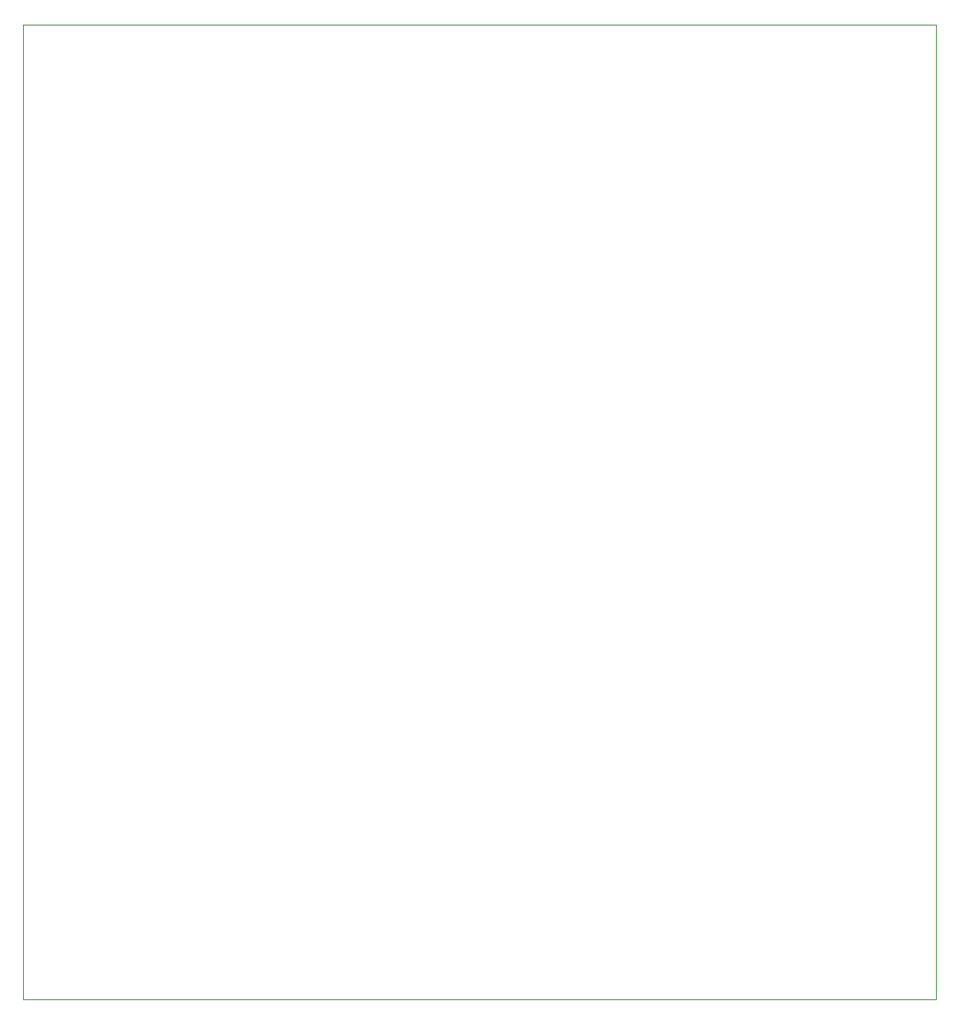
<source format=gm1>
G04 #@! TF.GenerationSoftware,KiCad,Pcbnew,(6.0.1-0)*
G04 #@! TF.CreationDate,2022-03-10T22:00:30-05:00*
G04 #@! TF.ProjectId,Vrm,56726d2e-6b69-4636-9164-5f7063625858,rev?*
G04 #@! TF.SameCoordinates,Original*
G04 #@! TF.FileFunction,Profile,NP*
%FSLAX46Y46*%
G04 Gerber Fmt 4.6, Leading zero omitted, Abs format (unit mm)*
G04 Created by KiCad (PCBNEW (6.0.1-0)) date 2022-03-10 22:00:30*
%MOMM*%
%LPD*%
G01*
G04 APERTURE LIST*
G04 #@! TA.AperFunction,Profile*
%ADD10C,0.050000*%
G04 #@! TD*
G04 APERTURE END LIST*
D10*
X128270000Y-153670000D02*
X128270000Y-53340000D01*
X222250000Y-153670000D02*
X128270000Y-153670000D01*
X128270000Y-53340000D02*
X222250000Y-53340000D01*
X222250000Y-53340000D02*
X222250000Y-153670000D01*
M02*

</source>
